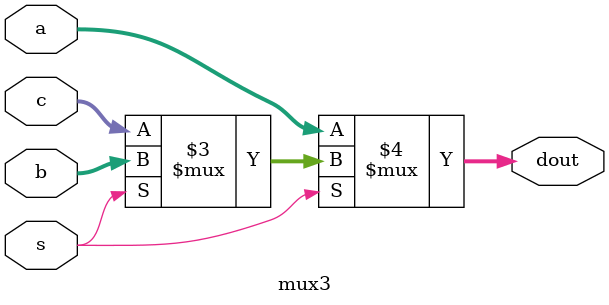
<source format=v>
module mux2 #(parameter W = 32) (a, b, s, dout);
	input	[W-1:0]	a;
	input	[W-1:0]	b;
	input			s;
	output	[W-1:0]	dout;
	
	assign dout = s ? b : a;
endmodule

module mux3 #(parameter W = 32) (a, b, c, s, dout);
	input	[W-1:0]	a;
	input	[W-1:0]	b;
	input	[W-1:0]	c;
	input			s;
	output	[W-1:0]	dout;
	
	assign dout = (s==2'b00) ? a : (s==2'b01) ? b : c;
endmodule
</source>
